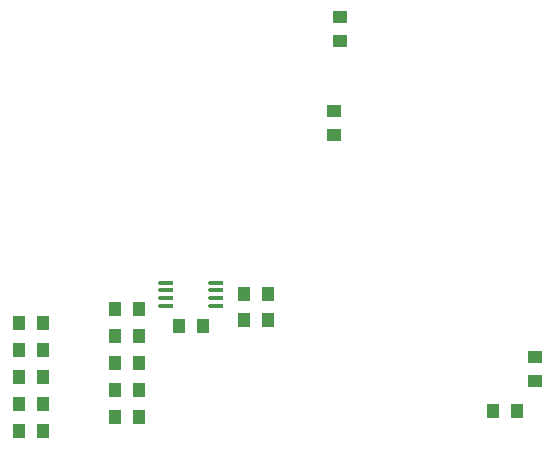
<source format=gtp>
G04 Layer_Color=8421504*
%FSLAX25Y25*%
%MOIN*%
G70*
G01*
G75*
%ADD10R,0.05000X0.04000*%
%ADD11R,0.04000X0.05000*%
%ADD12O,0.05118X0.01575*%
D10*
X214000Y33000D02*
D03*
Y25000D02*
D03*
X147000Y107000D02*
D03*
Y115000D02*
D03*
X149000Y146500D02*
D03*
Y138500D02*
D03*
D11*
X74000Y13000D02*
D03*
X82000D02*
D03*
X74000Y22000D02*
D03*
X82000D02*
D03*
Y49000D02*
D03*
X74000D02*
D03*
X82000Y40000D02*
D03*
X74000D02*
D03*
X50200Y8500D02*
D03*
X42200D02*
D03*
X50200Y17500D02*
D03*
X42200D02*
D03*
X50250Y26500D02*
D03*
X42250D02*
D03*
X50250Y35500D02*
D03*
X42250D02*
D03*
X50250Y44500D02*
D03*
X42250D02*
D03*
X208000Y15000D02*
D03*
X200000D02*
D03*
X74000Y31000D02*
D03*
X82000D02*
D03*
X95500Y43500D02*
D03*
X103500D02*
D03*
X125000Y45500D02*
D03*
X117000D02*
D03*
X125000Y54000D02*
D03*
X117000D02*
D03*
D12*
X107768Y50161D02*
D03*
Y52720D02*
D03*
Y55279D02*
D03*
Y57839D02*
D03*
X91232Y50161D02*
D03*
Y52720D02*
D03*
Y55279D02*
D03*
Y57839D02*
D03*
M02*

</source>
